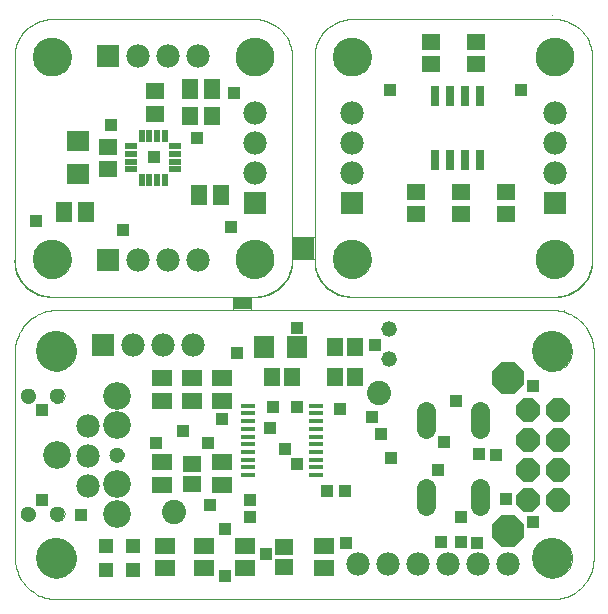
<source format=gts>
G75*
G70*
%OFA0B0*%
%FSLAX24Y24*%
%IPPOS*%
%LPD*%
%AMOC8*
5,1,8,0,0,1.08239X$1,22.5*
%
%ADD10C,0.0000*%
%ADD11R,0.0750X0.0750*%
%ADD12R,0.0591X0.0443*%
%ADD13C,0.0000*%
%ADD14C,0.0926*%
%ADD15C,0.0512*%
%ADD16OC8,0.0780*%
%ADD17R,0.0512X0.0512*%
%ADD18R,0.0670X0.0552*%
%ADD19R,0.0552X0.0631*%
%ADD20R,0.0670X0.0749*%
%ADD21C,0.0808*%
%ADD22R,0.0512X0.0158*%
%ADD23C,0.0520*%
%ADD24R,0.0780X0.0780*%
%ADD25C,0.0780*%
%ADD26R,0.0631X0.0552*%
%ADD27C,0.0631*%
%ADD28C,0.1340*%
%ADD29OC8,0.1040*%
%ADD30R,0.0396X0.0396*%
%ADD31C,0.0000*%
%ADD32C,0.1290*%
%ADD33R,0.0197X0.0434*%
%ADD34R,0.0434X0.0197*%
%ADD35R,0.0631X0.0552*%
%ADD36R,0.0749X0.0670*%
%ADD37R,0.0552X0.0631*%
%ADD38R,0.0552X0.0670*%
%ADD39R,0.0780X0.0780*%
%ADD40C,0.0780*%
%ADD41R,0.0396X0.0396*%
%ADD42C,0.0000*%
%ADD43C,0.1290*%
%ADD44R,0.0780X0.0780*%
%ADD45C,0.0780*%
%ADD46R,0.0276X0.0650*%
%ADD47R,0.0631X0.0552*%
%ADD48R,0.0396X0.0396*%
D10*
X001489Y001583D02*
X001492Y001583D01*
X018027Y001583D01*
X018030Y001583D01*
X018027Y001583D02*
X018099Y001585D01*
X018171Y001591D01*
X018243Y001600D01*
X018314Y001613D01*
X018384Y001630D01*
X018453Y001650D01*
X018521Y001675D01*
X018587Y001702D01*
X018653Y001733D01*
X018716Y001768D01*
X018778Y001805D01*
X018837Y001846D01*
X018894Y001890D01*
X018949Y001937D01*
X019001Y001987D01*
X019051Y002039D01*
X019098Y002094D01*
X019142Y002151D01*
X019183Y002210D01*
X019220Y002272D01*
X019255Y002335D01*
X019286Y002401D01*
X019313Y002467D01*
X019338Y002535D01*
X019358Y002604D01*
X019375Y002674D01*
X019388Y002745D01*
X019397Y002817D01*
X019403Y002889D01*
X019405Y002961D01*
X019405Y009851D01*
X019403Y009923D01*
X019397Y009995D01*
X019388Y010067D01*
X019375Y010138D01*
X019358Y010208D01*
X019338Y010277D01*
X019313Y010345D01*
X019286Y010411D01*
X019255Y010477D01*
X019220Y010540D01*
X019183Y010602D01*
X019142Y010661D01*
X019098Y010718D01*
X019051Y010773D01*
X019001Y010825D01*
X018949Y010875D01*
X018894Y010922D01*
X018837Y010966D01*
X018778Y011007D01*
X018716Y011044D01*
X018653Y011079D01*
X018587Y011110D01*
X018521Y011137D01*
X018453Y011162D01*
X018384Y011182D01*
X018314Y011199D01*
X018243Y011212D01*
X018171Y011221D01*
X018099Y011227D01*
X018027Y011229D01*
X007988Y011229D01*
X007988Y011672D01*
X008100Y011672D01*
X007397Y011672D02*
X007397Y011229D01*
X001492Y011229D01*
X001489Y011229D01*
X001350Y011672D02*
X007397Y011672D01*
X008100Y011672D02*
X008166Y011670D01*
X008232Y011672D01*
X008298Y011678D01*
X008364Y011687D01*
X008429Y011700D01*
X008494Y011717D01*
X008557Y011737D01*
X008619Y011761D01*
X008679Y011788D01*
X008738Y011819D01*
X008796Y011853D01*
X008851Y011890D01*
X008904Y011930D01*
X008954Y011973D01*
X009003Y012018D01*
X009048Y012067D01*
X009091Y012117D01*
X009131Y012170D01*
X009168Y012225D01*
X009202Y012283D01*
X009233Y012342D01*
X009260Y012402D01*
X009284Y012464D01*
X009304Y012527D01*
X009321Y012592D01*
X009334Y012657D01*
X009343Y012723D01*
X009349Y012789D01*
X009351Y012855D01*
X009349Y012921D01*
X009350Y012922D02*
X010100Y012922D01*
X010100Y013672D02*
X010100Y019672D01*
X009350Y019672D02*
X009350Y013672D01*
X010100Y013672D01*
X010100Y012922D02*
X010102Y012854D01*
X010107Y012787D01*
X010116Y012720D01*
X010129Y012653D01*
X010146Y012588D01*
X010165Y012523D01*
X010189Y012459D01*
X010216Y012397D01*
X010246Y012336D01*
X010279Y012278D01*
X010315Y012221D01*
X010355Y012166D01*
X010397Y012113D01*
X010443Y012062D01*
X010490Y012015D01*
X010541Y011969D01*
X010594Y011927D01*
X010649Y011887D01*
X010706Y011851D01*
X010764Y011818D01*
X010825Y011788D01*
X010887Y011761D01*
X010951Y011737D01*
X011016Y011718D01*
X011081Y011701D01*
X011148Y011688D01*
X011215Y011679D01*
X011282Y011674D01*
X011350Y011672D01*
X018100Y011672D01*
X018421Y011229D02*
X018424Y011229D01*
X018100Y011672D02*
X018166Y011670D01*
X018232Y011672D01*
X018298Y011678D01*
X018364Y011687D01*
X018429Y011700D01*
X018494Y011717D01*
X018557Y011737D01*
X018619Y011761D01*
X018679Y011788D01*
X018738Y011819D01*
X018796Y011853D01*
X018851Y011890D01*
X018904Y011930D01*
X018954Y011973D01*
X019003Y012018D01*
X019048Y012067D01*
X019091Y012117D01*
X019131Y012170D01*
X019168Y012225D01*
X019202Y012283D01*
X019233Y012342D01*
X019260Y012402D01*
X019284Y012464D01*
X019304Y012527D01*
X019321Y012592D01*
X019334Y012657D01*
X019343Y012723D01*
X019349Y012789D01*
X019351Y012855D01*
X019349Y012921D01*
X019350Y012922D02*
X019350Y019672D01*
X019348Y019740D01*
X019343Y019807D01*
X019334Y019874D01*
X019321Y019941D01*
X019304Y020006D01*
X019285Y020071D01*
X019261Y020135D01*
X019234Y020197D01*
X019204Y020258D01*
X019171Y020316D01*
X019135Y020373D01*
X019095Y020428D01*
X019053Y020481D01*
X019007Y020532D01*
X018960Y020579D01*
X018909Y020625D01*
X018856Y020667D01*
X018801Y020707D01*
X018744Y020743D01*
X018686Y020776D01*
X018625Y020806D01*
X018563Y020833D01*
X018499Y020857D01*
X018434Y020876D01*
X018369Y020893D01*
X018302Y020906D01*
X018235Y020915D01*
X018168Y020920D01*
X018100Y020922D01*
X018137Y020922D02*
X011350Y020922D01*
X011282Y020920D01*
X011215Y020915D01*
X011148Y020906D01*
X011081Y020893D01*
X011016Y020876D01*
X010951Y020857D01*
X010887Y020833D01*
X010825Y020806D01*
X010764Y020776D01*
X010706Y020743D01*
X010649Y020707D01*
X010594Y020667D01*
X010541Y020625D01*
X010490Y020579D01*
X010443Y020532D01*
X010397Y020481D01*
X010355Y020428D01*
X010315Y020373D01*
X010279Y020316D01*
X010246Y020258D01*
X010216Y020197D01*
X010189Y020135D01*
X010165Y020071D01*
X010146Y020006D01*
X010129Y019941D01*
X010116Y019874D01*
X010107Y019807D01*
X010102Y019740D01*
X010100Y019672D01*
X009350Y019672D02*
X009348Y019740D01*
X009343Y019807D01*
X009334Y019874D01*
X009321Y019941D01*
X009304Y020006D01*
X009285Y020071D01*
X009261Y020135D01*
X009234Y020197D01*
X009204Y020258D01*
X009171Y020316D01*
X009135Y020373D01*
X009095Y020428D01*
X009053Y020481D01*
X009007Y020532D01*
X008960Y020579D01*
X008909Y020625D01*
X008856Y020667D01*
X008801Y020707D01*
X008744Y020743D01*
X008686Y020776D01*
X008625Y020806D01*
X008563Y020833D01*
X008499Y020857D01*
X008434Y020876D01*
X008369Y020893D01*
X008302Y020906D01*
X008235Y020915D01*
X008168Y020920D01*
X008100Y020922D01*
X001350Y020922D01*
X001282Y020920D01*
X001215Y020915D01*
X001148Y020906D01*
X001081Y020893D01*
X001016Y020876D01*
X000951Y020857D01*
X000887Y020833D01*
X000825Y020806D01*
X000764Y020776D01*
X000706Y020743D01*
X000649Y020707D01*
X000594Y020667D01*
X000541Y020625D01*
X000490Y020579D01*
X000443Y020532D01*
X000397Y020481D01*
X000355Y020428D01*
X000315Y020373D01*
X000279Y020316D01*
X000246Y020258D01*
X000216Y020197D01*
X000189Y020135D01*
X000165Y020071D01*
X000146Y020006D01*
X000129Y019941D01*
X000116Y019874D01*
X000107Y019807D01*
X000102Y019740D01*
X000100Y019672D01*
X000100Y012922D01*
X000102Y012854D01*
X000107Y012787D01*
X000116Y012720D01*
X000129Y012653D01*
X000146Y012588D01*
X000165Y012523D01*
X000189Y012459D01*
X000216Y012397D01*
X000246Y012336D01*
X000279Y012278D01*
X000315Y012221D01*
X000355Y012166D01*
X000397Y012113D01*
X000443Y012062D01*
X000490Y012015D01*
X000541Y011969D01*
X000594Y011927D01*
X000649Y011887D01*
X000706Y011851D01*
X000764Y011818D01*
X000825Y011788D01*
X000887Y011761D01*
X000951Y011737D01*
X001016Y011718D01*
X001081Y011701D01*
X001148Y011688D01*
X001215Y011679D01*
X001282Y011674D01*
X001350Y011672D01*
X001492Y011229D02*
X001420Y011227D01*
X001348Y011221D01*
X001276Y011212D01*
X001205Y011199D01*
X001135Y011182D01*
X001066Y011162D01*
X000998Y011137D01*
X000932Y011110D01*
X000866Y011079D01*
X000803Y011044D01*
X000741Y011007D01*
X000682Y010966D01*
X000625Y010922D01*
X000570Y010875D01*
X000518Y010825D01*
X000468Y010773D01*
X000421Y010718D01*
X000377Y010661D01*
X000336Y010602D01*
X000299Y010540D01*
X000264Y010477D01*
X000233Y010411D01*
X000206Y010345D01*
X000181Y010277D01*
X000161Y010208D01*
X000144Y010138D01*
X000131Y010067D01*
X000122Y009995D01*
X000116Y009923D01*
X000114Y009851D01*
X000114Y009854D01*
X000114Y009851D02*
X000114Y003001D01*
X000114Y002958D01*
X000113Y003001D02*
X000114Y002928D01*
X000119Y002854D01*
X000127Y002782D01*
X000140Y002710D01*
X000156Y002638D01*
X000175Y002568D01*
X000199Y002498D01*
X000226Y002430D01*
X000257Y002364D01*
X000291Y002299D01*
X000328Y002236D01*
X000369Y002175D01*
X000412Y002117D01*
X000459Y002060D01*
X000509Y002006D01*
X000561Y001955D01*
X000616Y001907D01*
X000673Y001862D01*
X000733Y001819D01*
X000795Y001780D01*
X000859Y001744D01*
X000924Y001712D01*
X000992Y001683D01*
X001060Y001658D01*
X001130Y001636D01*
X001201Y001618D01*
X001273Y001603D01*
X001345Y001593D01*
X001418Y001586D01*
X001491Y001583D01*
X018027Y021072D02*
X018030Y021072D01*
D11*
X009725Y013297D03*
D12*
X007693Y011450D03*
D13*
X1489Y1583D02*
X1492Y1583D01*
X18027Y1583D01*
X18030Y1583D01*
X17380Y2958D02*
X17382Y3008D01*
X17388Y3058D01*
X17398Y3108D01*
X17411Y3156D01*
X17428Y3204D01*
X17449Y3250D01*
X17473Y3294D01*
X17501Y3336D01*
X17532Y3376D01*
X17566Y3413D01*
X17603Y3448D01*
X17642Y3479D01*
X17683Y3508D01*
X17727Y3533D01*
X17773Y3555D01*
X17820Y3573D01*
X17868Y3587D01*
X17917Y3598D01*
X17967Y3605D01*
X18017Y3608D01*
X18068Y3607D01*
X18118Y3602D01*
X18168Y3593D01*
X18216Y3581D01*
X18264Y3564D01*
X18310Y3544D01*
X18355Y3521D01*
X18398Y3494D01*
X18438Y3464D01*
X18476Y3431D01*
X18511Y3395D01*
X18544Y3356D01*
X18573Y3315D01*
X18599Y3272D01*
X18622Y3227D01*
X18641Y3180D01*
X18656Y3132D01*
X18668Y3083D01*
X18676Y3033D01*
X18680Y2983D01*
X18680Y2933D01*
X18676Y2883D01*
X18668Y2833D01*
X18656Y2784D01*
X18641Y2736D01*
X18622Y2689D01*
X18599Y2644D01*
X18573Y2601D01*
X18544Y2560D01*
X18511Y2521D01*
X18476Y2485D01*
X18438Y2452D01*
X18398Y2422D01*
X18355Y2395D01*
X18310Y2372D01*
X18264Y2352D01*
X18216Y2335D01*
X18168Y2323D01*
X18118Y2314D01*
X18068Y2309D01*
X18017Y2308D01*
X17967Y2311D01*
X17917Y2318D01*
X17868Y2329D01*
X17820Y2343D01*
X17773Y2361D01*
X17727Y2383D01*
X17683Y2408D01*
X17642Y2437D01*
X17603Y2468D01*
X17566Y2503D01*
X17532Y2540D01*
X17501Y2580D01*
X17473Y2622D01*
X17449Y2666D01*
X17428Y2712D01*
X17411Y2760D01*
X17398Y2808D01*
X17388Y2858D01*
X17382Y2908D01*
X17380Y2958D01*
X18027Y1583D02*
X18099Y1585D01*
X18171Y1591D01*
X18243Y1600D01*
X18314Y1613D01*
X18384Y1630D01*
X18453Y1650D01*
X18521Y1675D01*
X18587Y1702D01*
X18653Y1733D01*
X18716Y1768D01*
X18778Y1805D01*
X18837Y1846D01*
X18894Y1890D01*
X18949Y1937D01*
X19001Y1987D01*
X19051Y2039D01*
X19098Y2094D01*
X19142Y2151D01*
X19183Y2210D01*
X19220Y2272D01*
X19255Y2335D01*
X19286Y2401D01*
X19313Y2467D01*
X19338Y2535D01*
X19358Y2604D01*
X19375Y2674D01*
X19388Y2745D01*
X19397Y2817D01*
X19403Y2889D01*
X19405Y2961D01*
X19405Y9851D01*
X17377Y9851D02*
X17379Y9901D01*
X17385Y9951D01*
X17395Y10001D01*
X17408Y10049D01*
X17425Y10097D01*
X17446Y10143D01*
X17470Y10187D01*
X17498Y10229D01*
X17529Y10269D01*
X17563Y10306D01*
X17600Y10341D01*
X17639Y10372D01*
X17680Y10401D01*
X17724Y10426D01*
X17770Y10448D01*
X17817Y10466D01*
X17865Y10480D01*
X17914Y10491D01*
X17964Y10498D01*
X18014Y10501D01*
X18065Y10500D01*
X18115Y10495D01*
X18165Y10486D01*
X18213Y10474D01*
X18261Y10457D01*
X18307Y10437D01*
X18352Y10414D01*
X18395Y10387D01*
X18435Y10357D01*
X18473Y10324D01*
X18508Y10288D01*
X18541Y10249D01*
X18570Y10208D01*
X18596Y10165D01*
X18619Y10120D01*
X18638Y10073D01*
X18653Y10025D01*
X18665Y9976D01*
X18673Y9926D01*
X18677Y9876D01*
X18677Y9826D01*
X18673Y9776D01*
X18665Y9726D01*
X18653Y9677D01*
X18638Y9629D01*
X18619Y9582D01*
X18596Y9537D01*
X18570Y9494D01*
X18541Y9453D01*
X18508Y9414D01*
X18473Y9378D01*
X18435Y9345D01*
X18395Y9315D01*
X18352Y9288D01*
X18307Y9265D01*
X18261Y9245D01*
X18213Y9228D01*
X18165Y9216D01*
X18115Y9207D01*
X18065Y9202D01*
X18014Y9201D01*
X17964Y9204D01*
X17914Y9211D01*
X17865Y9222D01*
X17817Y9236D01*
X17770Y9254D01*
X17724Y9276D01*
X17680Y9301D01*
X17639Y9330D01*
X17600Y9361D01*
X17563Y9396D01*
X17529Y9433D01*
X17498Y9473D01*
X17470Y9515D01*
X17446Y9559D01*
X17425Y9605D01*
X17408Y9653D01*
X17395Y9701D01*
X17385Y9751D01*
X17379Y9801D01*
X17377Y9851D01*
X18027Y11229D02*
X18099Y11227D01*
X18171Y11221D01*
X18243Y11212D01*
X18314Y11199D01*
X18384Y11182D01*
X18453Y11162D01*
X18521Y11137D01*
X18587Y11110D01*
X18653Y11079D01*
X18716Y11044D01*
X18778Y11007D01*
X18837Y10966D01*
X18894Y10922D01*
X18949Y10875D01*
X19001Y10825D01*
X19051Y10773D01*
X19098Y10718D01*
X19142Y10661D01*
X19183Y10602D01*
X19220Y10540D01*
X19255Y10477D01*
X19286Y10411D01*
X19313Y10345D01*
X19338Y10277D01*
X19358Y10208D01*
X19375Y10138D01*
X19388Y10067D01*
X19397Y9995D01*
X19403Y9923D01*
X19405Y9851D01*
X18027Y11229D02*
X1492Y11229D01*
X839Y9854D02*
X841Y9904D01*
X847Y9954D01*
X857Y10004D01*
X870Y10052D01*
X887Y10100D01*
X908Y10146D01*
X932Y10190D01*
X960Y10232D01*
X991Y10272D01*
X1025Y10309D01*
X1062Y10344D01*
X1101Y10375D01*
X1142Y10404D01*
X1186Y10429D01*
X1232Y10451D01*
X1279Y10469D01*
X1327Y10483D01*
X1376Y10494D01*
X1426Y10501D01*
X1476Y10504D01*
X1527Y10503D01*
X1577Y10498D01*
X1627Y10489D01*
X1675Y10477D01*
X1723Y10460D01*
X1769Y10440D01*
X1814Y10417D01*
X1857Y10390D01*
X1897Y10360D01*
X1935Y10327D01*
X1970Y10291D01*
X2003Y10252D01*
X2032Y10211D01*
X2058Y10168D01*
X2081Y10123D01*
X2100Y10076D01*
X2115Y10028D01*
X2127Y9979D01*
X2135Y9929D01*
X2139Y9879D01*
X2139Y9829D01*
X2135Y9779D01*
X2127Y9729D01*
X2115Y9680D01*
X2100Y9632D01*
X2081Y9585D01*
X2058Y9540D01*
X2032Y9497D01*
X2003Y9456D01*
X1970Y9417D01*
X1935Y9381D01*
X1897Y9348D01*
X1857Y9318D01*
X1814Y9291D01*
X1769Y9268D01*
X1723Y9248D01*
X1675Y9231D01*
X1627Y9219D01*
X1577Y9210D01*
X1527Y9205D01*
X1476Y9204D01*
X1426Y9207D01*
X1376Y9214D01*
X1327Y9225D01*
X1279Y9239D01*
X1232Y9257D01*
X1186Y9279D01*
X1142Y9304D01*
X1101Y9333D01*
X1062Y9364D01*
X1025Y9399D01*
X991Y9436D01*
X960Y9476D01*
X932Y9518D01*
X908Y9562D01*
X887Y9608D01*
X870Y9656D01*
X857Y9704D01*
X847Y9754D01*
X841Y9804D01*
X839Y9854D01*
X114Y9851D02*
X116Y9923D01*
X122Y9995D01*
X131Y10067D01*
X144Y10138D01*
X161Y10208D01*
X181Y10277D01*
X206Y10345D01*
X233Y10411D01*
X264Y10477D01*
X299Y10540D01*
X336Y10602D01*
X377Y10661D01*
X421Y10718D01*
X468Y10773D01*
X518Y10825D01*
X570Y10875D01*
X625Y10922D01*
X682Y10966D01*
X741Y11007D01*
X803Y11044D01*
X866Y11079D01*
X932Y11110D01*
X998Y11137D01*
X1066Y11162D01*
X1135Y11182D01*
X1205Y11199D01*
X1276Y11212D01*
X1348Y11221D01*
X1420Y11227D01*
X1492Y11229D01*
X114Y9854D02*
X114Y9851D01*
X114Y3001D01*
X114Y2958D01*
X839Y2958D02*
X841Y3008D01*
X847Y3058D01*
X857Y3108D01*
X870Y3156D01*
X887Y3204D01*
X908Y3250D01*
X932Y3294D01*
X960Y3336D01*
X991Y3376D01*
X1025Y3413D01*
X1062Y3448D01*
X1101Y3479D01*
X1142Y3508D01*
X1186Y3533D01*
X1232Y3555D01*
X1279Y3573D01*
X1327Y3587D01*
X1376Y3598D01*
X1426Y3605D01*
X1476Y3608D01*
X1527Y3607D01*
X1577Y3602D01*
X1627Y3593D01*
X1675Y3581D01*
X1723Y3564D01*
X1769Y3544D01*
X1814Y3521D01*
X1857Y3494D01*
X1897Y3464D01*
X1935Y3431D01*
X1970Y3395D01*
X2003Y3356D01*
X2032Y3315D01*
X2058Y3272D01*
X2081Y3227D01*
X2100Y3180D01*
X2115Y3132D01*
X2127Y3083D01*
X2135Y3033D01*
X2139Y2983D01*
X2139Y2933D01*
X2135Y2883D01*
X2127Y2833D01*
X2115Y2784D01*
X2100Y2736D01*
X2081Y2689D01*
X2058Y2644D01*
X2032Y2601D01*
X2003Y2560D01*
X1970Y2521D01*
X1935Y2485D01*
X1897Y2452D01*
X1857Y2422D01*
X1814Y2395D01*
X1769Y2372D01*
X1723Y2352D01*
X1675Y2335D01*
X1627Y2323D01*
X1577Y2314D01*
X1527Y2309D01*
X1476Y2308D01*
X1426Y2311D01*
X1376Y2318D01*
X1327Y2329D01*
X1279Y2343D01*
X1232Y2361D01*
X1186Y2383D01*
X1142Y2408D01*
X1101Y2437D01*
X1062Y2468D01*
X1025Y2503D01*
X991Y2540D01*
X960Y2580D01*
X932Y2622D01*
X908Y2666D01*
X887Y2712D01*
X870Y2760D01*
X857Y2808D01*
X847Y2858D01*
X841Y2908D01*
X839Y2958D01*
X113Y3001D02*
X114Y2928D01*
X119Y2854D01*
X127Y2782D01*
X140Y2710D01*
X156Y2638D01*
X175Y2568D01*
X199Y2498D01*
X226Y2430D01*
X257Y2364D01*
X291Y2299D01*
X328Y2236D01*
X369Y2175D01*
X412Y2117D01*
X459Y2060D01*
X509Y2006D01*
X561Y1955D01*
X616Y1907D01*
X673Y1862D01*
X733Y1819D01*
X795Y1780D01*
X859Y1744D01*
X924Y1712D01*
X992Y1683D01*
X1060Y1658D01*
X1130Y1636D01*
X1201Y1618D01*
X1273Y1603D01*
X1345Y1593D01*
X1418Y1586D01*
X1491Y1583D01*
X1295Y4434D02*
X1297Y4464D01*
X1303Y4494D01*
X1312Y4523D01*
X1325Y4550D01*
X1342Y4575D01*
X1361Y4598D01*
X1384Y4619D01*
X1409Y4636D01*
X1435Y4650D01*
X1464Y4660D01*
X1493Y4667D01*
X1523Y4670D01*
X1554Y4669D01*
X1584Y4664D01*
X1613Y4655D01*
X1640Y4643D01*
X1666Y4628D01*
X1690Y4609D01*
X1711Y4587D01*
X1729Y4563D01*
X1744Y4536D01*
X1755Y4508D01*
X1763Y4479D01*
X1767Y4449D01*
X1767Y4419D01*
X1763Y4389D01*
X1755Y4360D01*
X1744Y4332D01*
X1729Y4305D01*
X1711Y4281D01*
X1690Y4259D01*
X1666Y4240D01*
X1640Y4225D01*
X1613Y4213D01*
X1584Y4204D01*
X1554Y4199D01*
X1523Y4198D01*
X1493Y4201D01*
X1464Y4208D01*
X1435Y4218D01*
X1409Y4232D01*
X1384Y4249D01*
X1361Y4270D01*
X1342Y4293D01*
X1325Y4318D01*
X1312Y4345D01*
X1303Y4374D01*
X1297Y4404D01*
X1295Y4434D01*
X311Y4434D02*
X313Y4464D01*
X319Y4494D01*
X328Y4523D01*
X341Y4550D01*
X358Y4575D01*
X377Y4598D01*
X400Y4619D01*
X425Y4636D01*
X451Y4650D01*
X480Y4660D01*
X509Y4667D01*
X539Y4670D01*
X570Y4669D01*
X600Y4664D01*
X629Y4655D01*
X656Y4643D01*
X682Y4628D01*
X706Y4609D01*
X727Y4587D01*
X745Y4563D01*
X760Y4536D01*
X771Y4508D01*
X779Y4479D01*
X783Y4449D01*
X783Y4419D01*
X779Y4389D01*
X771Y4360D01*
X760Y4332D01*
X745Y4305D01*
X727Y4281D01*
X706Y4259D01*
X682Y4240D01*
X656Y4225D01*
X629Y4213D01*
X600Y4204D01*
X570Y4199D01*
X539Y4198D01*
X509Y4201D01*
X480Y4208D01*
X451Y4218D01*
X425Y4232D01*
X400Y4249D01*
X377Y4270D01*
X358Y4293D01*
X341Y4318D01*
X328Y4345D01*
X319Y4374D01*
X313Y4404D01*
X311Y4434D01*
X3264Y6402D02*
X3266Y6432D01*
X3272Y6462D01*
X3281Y6491D01*
X3294Y6518D01*
X3311Y6543D01*
X3330Y6566D01*
X3353Y6587D01*
X3378Y6604D01*
X3404Y6618D01*
X3433Y6628D01*
X3462Y6635D01*
X3492Y6638D01*
X3523Y6637D01*
X3553Y6632D01*
X3582Y6623D01*
X3609Y6611D01*
X3635Y6596D01*
X3659Y6577D01*
X3680Y6555D01*
X3698Y6531D01*
X3713Y6504D01*
X3724Y6476D01*
X3732Y6447D01*
X3736Y6417D01*
X3736Y6387D01*
X3732Y6357D01*
X3724Y6328D01*
X3713Y6300D01*
X3698Y6273D01*
X3680Y6249D01*
X3659Y6227D01*
X3635Y6208D01*
X3609Y6193D01*
X3582Y6181D01*
X3553Y6172D01*
X3523Y6167D01*
X3492Y6166D01*
X3462Y6169D01*
X3433Y6176D01*
X3404Y6186D01*
X3378Y6200D01*
X3353Y6217D01*
X3330Y6238D01*
X3311Y6261D01*
X3294Y6286D01*
X3281Y6313D01*
X3272Y6342D01*
X3266Y6372D01*
X3264Y6402D01*
X1295Y8371D02*
X1297Y8401D01*
X1303Y8431D01*
X1312Y8460D01*
X1325Y8487D01*
X1342Y8512D01*
X1361Y8535D01*
X1384Y8556D01*
X1409Y8573D01*
X1435Y8587D01*
X1464Y8597D01*
X1493Y8604D01*
X1523Y8607D01*
X1554Y8606D01*
X1584Y8601D01*
X1613Y8592D01*
X1640Y8580D01*
X1666Y8565D01*
X1690Y8546D01*
X1711Y8524D01*
X1729Y8500D01*
X1744Y8473D01*
X1755Y8445D01*
X1763Y8416D01*
X1767Y8386D01*
X1767Y8356D01*
X1763Y8326D01*
X1755Y8297D01*
X1744Y8269D01*
X1729Y8242D01*
X1711Y8218D01*
X1690Y8196D01*
X1666Y8177D01*
X1640Y8162D01*
X1613Y8150D01*
X1584Y8141D01*
X1554Y8136D01*
X1523Y8135D01*
X1493Y8138D01*
X1464Y8145D01*
X1435Y8155D01*
X1409Y8169D01*
X1384Y8186D01*
X1361Y8207D01*
X1342Y8230D01*
X1325Y8255D01*
X1312Y8282D01*
X1303Y8311D01*
X1297Y8341D01*
X1295Y8371D01*
X311Y8371D02*
X313Y8401D01*
X319Y8431D01*
X328Y8460D01*
X341Y8487D01*
X358Y8512D01*
X377Y8535D01*
X400Y8556D01*
X425Y8573D01*
X451Y8587D01*
X480Y8597D01*
X509Y8604D01*
X539Y8607D01*
X570Y8606D01*
X600Y8601D01*
X629Y8592D01*
X656Y8580D01*
X682Y8565D01*
X706Y8546D01*
X727Y8524D01*
X745Y8500D01*
X760Y8473D01*
X771Y8445D01*
X779Y8416D01*
X783Y8386D01*
X783Y8356D01*
X779Y8326D01*
X771Y8297D01*
X760Y8269D01*
X745Y8242D01*
X727Y8218D01*
X706Y8196D01*
X682Y8177D01*
X656Y8162D01*
X629Y8150D01*
X600Y8141D01*
X570Y8136D01*
X539Y8135D01*
X509Y8138D01*
X480Y8145D01*
X451Y8155D01*
X425Y8169D01*
X400Y8186D01*
X377Y8207D01*
X358Y8230D01*
X341Y8255D01*
X328Y8282D01*
X319Y8311D01*
X313Y8341D01*
X311Y8371D01*
D14*
X3500Y8371D03*
X3500Y7386D03*
X1531Y6402D03*
X3500Y5418D03*
X3500Y4434D03*
D15*
X1531Y4434D03*
X547Y4434D03*
X3500Y6402D03*
X1531Y8371D03*
X547Y8371D03*
D16*
X17228Y7899D03*
X18228Y7899D03*
X18228Y6899D03*
X17228Y6899D03*
X17228Y5899D03*
X18228Y5899D03*
X18228Y4899D03*
X17228Y4899D03*
D17*
X4051Y3375D03*
X3165Y3375D03*
X3165Y2548D03*
X4051Y2548D03*
D18*
X5116Y2616D03*
X5116Y3364D03*
X6403Y3370D03*
X6403Y2622D03*
X7791Y2617D03*
X7791Y3365D03*
X10412Y3364D03*
X10412Y2616D03*
X7014Y5400D03*
X7014Y6148D03*
X5014Y6157D03*
X5014Y5409D03*
X5014Y8209D03*
X6014Y8209D03*
X7014Y8209D03*
X7014Y8957D03*
X6014Y8957D03*
X5014Y8957D03*
D19*
X8679Y8983D03*
X9348Y8983D03*
X10779Y8983D03*
X11448Y8983D03*
X11448Y9983D03*
X10779Y9983D03*
D20*
X9515Y9991D03*
X8413Y9991D03*
D21*
X12233Y8449D03*
X5414Y4512D03*
D22*
X7872Y5732D03*
X7872Y5988D03*
X7872Y6243D03*
X7872Y6499D03*
X7872Y6755D03*
X7872Y7011D03*
X7872Y7267D03*
X7872Y7523D03*
X7872Y7779D03*
X7872Y8035D03*
X10155Y8035D03*
X10155Y7779D03*
X10155Y7523D03*
X10155Y7267D03*
X10155Y7011D03*
X10155Y6755D03*
X10155Y6499D03*
X10155Y6243D03*
X10155Y5988D03*
X10155Y5732D03*
D23*
X12592Y9612D03*
X12592Y10612D03*
D24*
X3058Y10062D03*
D25*
X4058Y10062D03*
X5058Y10062D03*
X6058Y10062D03*
X2534Y7373D03*
X2534Y6373D03*
X2534Y5373D03*
X11545Y2759D03*
X12545Y2759D03*
X13545Y2759D03*
X14545Y2759D03*
X15545Y2759D03*
X16545Y2759D03*
D26*
X9096Y2665D03*
X9096Y3335D03*
X6020Y5439D03*
X6020Y6108D03*
D27*
X13828Y5299D02*
X13828Y4708D01*
X15600Y4708D02*
X15600Y5299D01*
X15600Y7267D02*
X15600Y7858D01*
X13828Y7858D02*
X13828Y7267D01*
D28*
X18027Y9851D03*
X18030Y2958D03*
X1489Y2958D03*
X1489Y9854D03*
D29*
X16551Y8965D03*
X16551Y3847D03*
D30*
X17370Y4154D03*
X16484Y4941D03*
X14976Y4339D03*
X14968Y3485D03*
X15500Y3465D03*
X14320Y3483D03*
X11137Y3453D03*
X8468Y3112D03*
X7102Y2371D03*
X7102Y3945D03*
X7941Y4339D03*
X7939Y4880D03*
X6614Y4733D03*
X9514Y6083D03*
X9114Y6583D03*
X8614Y7283D03*
X8714Y7983D03*
X9514Y7983D03*
X10964Y7933D03*
X12007Y7677D03*
X12309Y7086D03*
X12651Y6289D03*
X14214Y5883D03*
X15598Y6418D03*
X16136Y6407D03*
X14414Y6833D03*
X14814Y8183D03*
X17370Y8682D03*
X12114Y10078D03*
X9514Y10633D03*
X7517Y9780D03*
X7014Y7583D03*
X5714Y7183D03*
X6564Y6783D03*
X4814Y6783D03*
X1014Y7883D03*
X1014Y4883D03*
X2301Y4396D03*
X10514Y5183D03*
X11114Y5183D03*
D31*
X100Y12922D02*
X98Y12856D01*
X100Y12790D01*
X106Y12724D01*
X115Y12658D01*
X128Y12593D01*
X145Y12528D01*
X165Y12465D01*
X189Y12403D01*
X216Y12343D01*
X247Y12284D01*
X281Y12226D01*
X318Y12171D01*
X358Y12118D01*
X401Y12068D01*
X446Y12019D01*
X495Y11974D01*
X545Y11931D01*
X598Y11891D01*
X653Y11854D01*
X711Y11820D01*
X770Y11789D01*
X830Y11762D01*
X892Y11738D01*
X955Y11718D01*
X1020Y11701D01*
X1085Y11688D01*
X1151Y11679D01*
X1217Y11673D01*
X1283Y11671D01*
X1349Y11673D01*
X1349Y11672D02*
X8099Y11672D01*
X8167Y11674D01*
X8234Y11679D01*
X8301Y11688D01*
X8368Y11701D01*
X8433Y11718D01*
X8498Y11737D01*
X8562Y11761D01*
X8624Y11788D01*
X8685Y11818D01*
X8743Y11851D01*
X8800Y11887D01*
X8855Y11927D01*
X8908Y11969D01*
X8959Y12015D01*
X9006Y12062D01*
X9052Y12113D01*
X9094Y12166D01*
X9134Y12221D01*
X9170Y12278D01*
X9203Y12336D01*
X9233Y12397D01*
X9260Y12459D01*
X9284Y12523D01*
X9303Y12588D01*
X9320Y12653D01*
X9333Y12720D01*
X9342Y12787D01*
X9347Y12854D01*
X9349Y12922D01*
X9349Y19672D01*
X9347Y19740D01*
X9342Y19807D01*
X9333Y19874D01*
X9320Y19941D01*
X9303Y20006D01*
X9284Y20071D01*
X9260Y20135D01*
X9233Y20197D01*
X9203Y20258D01*
X9170Y20316D01*
X9134Y20373D01*
X9094Y20428D01*
X9052Y20481D01*
X9006Y20532D01*
X8959Y20579D01*
X8908Y20625D01*
X8855Y20667D01*
X8800Y20707D01*
X8743Y20743D01*
X8685Y20776D01*
X8624Y20806D01*
X8562Y20833D01*
X8498Y20857D01*
X8433Y20876D01*
X8368Y20893D01*
X8301Y20906D01*
X8234Y20915D01*
X8167Y20920D01*
X8099Y20922D01*
X1349Y20922D01*
X724Y19672D02*
X726Y19722D01*
X732Y19771D01*
X742Y19820D01*
X755Y19867D01*
X773Y19914D01*
X794Y19959D01*
X818Y20002D01*
X846Y20043D01*
X877Y20082D01*
X911Y20118D01*
X948Y20152D01*
X988Y20182D01*
X1029Y20209D01*
X1073Y20233D01*
X1118Y20253D01*
X1165Y20269D01*
X1213Y20282D01*
X1262Y20291D01*
X1312Y20296D01*
X1361Y20297D01*
X1411Y20294D01*
X1460Y20287D01*
X1509Y20276D01*
X1556Y20262D01*
X1602Y20243D01*
X1647Y20221D01*
X1690Y20196D01*
X1730Y20167D01*
X1768Y20135D01*
X1804Y20101D01*
X1837Y20063D01*
X1866Y20023D01*
X1892Y19981D01*
X1915Y19937D01*
X1934Y19891D01*
X1950Y19844D01*
X1962Y19795D01*
X1970Y19746D01*
X1974Y19697D01*
X1974Y19647D01*
X1970Y19598D01*
X1962Y19549D01*
X1950Y19500D01*
X1934Y19453D01*
X1915Y19407D01*
X1892Y19363D01*
X1866Y19321D01*
X1837Y19281D01*
X1804Y19243D01*
X1768Y19209D01*
X1730Y19177D01*
X1690Y19148D01*
X1647Y19123D01*
X1602Y19101D01*
X1556Y19082D01*
X1509Y19068D01*
X1460Y19057D01*
X1411Y19050D01*
X1361Y19047D01*
X1312Y19048D01*
X1262Y19053D01*
X1213Y19062D01*
X1165Y19075D01*
X1118Y19091D01*
X1073Y19111D01*
X1029Y19135D01*
X988Y19162D01*
X948Y19192D01*
X911Y19226D01*
X877Y19262D01*
X846Y19301D01*
X818Y19342D01*
X794Y19385D01*
X773Y19430D01*
X755Y19477D01*
X742Y19524D01*
X732Y19573D01*
X726Y19622D01*
X724Y19672D01*
X99Y19672D02*
X99Y12922D01*
X724Y12922D02*
X726Y12972D01*
X732Y13021D01*
X742Y13070D01*
X755Y13117D01*
X773Y13164D01*
X794Y13209D01*
X818Y13252D01*
X846Y13293D01*
X877Y13332D01*
X911Y13368D01*
X948Y13402D01*
X988Y13432D01*
X1029Y13459D01*
X1073Y13483D01*
X1118Y13503D01*
X1165Y13519D01*
X1213Y13532D01*
X1262Y13541D01*
X1312Y13546D01*
X1361Y13547D01*
X1411Y13544D01*
X1460Y13537D01*
X1509Y13526D01*
X1556Y13512D01*
X1602Y13493D01*
X1647Y13471D01*
X1690Y13446D01*
X1730Y13417D01*
X1768Y13385D01*
X1804Y13351D01*
X1837Y13313D01*
X1866Y13273D01*
X1892Y13231D01*
X1915Y13187D01*
X1934Y13141D01*
X1950Y13094D01*
X1962Y13045D01*
X1970Y12996D01*
X1974Y12947D01*
X1974Y12897D01*
X1970Y12848D01*
X1962Y12799D01*
X1950Y12750D01*
X1934Y12703D01*
X1915Y12657D01*
X1892Y12613D01*
X1866Y12571D01*
X1837Y12531D01*
X1804Y12493D01*
X1768Y12459D01*
X1730Y12427D01*
X1690Y12398D01*
X1647Y12373D01*
X1602Y12351D01*
X1556Y12332D01*
X1509Y12318D01*
X1460Y12307D01*
X1411Y12300D01*
X1361Y12297D01*
X1312Y12298D01*
X1262Y12303D01*
X1213Y12312D01*
X1165Y12325D01*
X1118Y12341D01*
X1073Y12361D01*
X1029Y12385D01*
X988Y12412D01*
X948Y12442D01*
X911Y12476D01*
X877Y12512D01*
X846Y12551D01*
X818Y12592D01*
X794Y12635D01*
X773Y12680D01*
X755Y12727D01*
X742Y12774D01*
X732Y12823D01*
X726Y12872D01*
X724Y12922D01*
X99Y19672D02*
X101Y19740D01*
X106Y19807D01*
X115Y19874D01*
X128Y19941D01*
X145Y20006D01*
X164Y20071D01*
X188Y20135D01*
X215Y20197D01*
X245Y20258D01*
X278Y20316D01*
X314Y20373D01*
X354Y20428D01*
X396Y20481D01*
X442Y20532D01*
X489Y20579D01*
X540Y20625D01*
X593Y20667D01*
X648Y20707D01*
X705Y20743D01*
X763Y20776D01*
X824Y20806D01*
X886Y20833D01*
X950Y20857D01*
X1015Y20876D01*
X1080Y20893D01*
X1147Y20906D01*
X1214Y20915D01*
X1281Y20920D01*
X1349Y20922D01*
X7474Y19672D02*
X7476Y19722D01*
X7482Y19771D01*
X7492Y19820D01*
X7505Y19867D01*
X7523Y19914D01*
X7544Y19959D01*
X7568Y20002D01*
X7596Y20043D01*
X7627Y20082D01*
X7661Y20118D01*
X7698Y20152D01*
X7738Y20182D01*
X7779Y20209D01*
X7823Y20233D01*
X7868Y20253D01*
X7915Y20269D01*
X7963Y20282D01*
X8012Y20291D01*
X8062Y20296D01*
X8111Y20297D01*
X8161Y20294D01*
X8210Y20287D01*
X8259Y20276D01*
X8306Y20262D01*
X8352Y20243D01*
X8397Y20221D01*
X8440Y20196D01*
X8480Y20167D01*
X8518Y20135D01*
X8554Y20101D01*
X8587Y20063D01*
X8616Y20023D01*
X8642Y19981D01*
X8665Y19937D01*
X8684Y19891D01*
X8700Y19844D01*
X8712Y19795D01*
X8720Y19746D01*
X8724Y19697D01*
X8724Y19647D01*
X8720Y19598D01*
X8712Y19549D01*
X8700Y19500D01*
X8684Y19453D01*
X8665Y19407D01*
X8642Y19363D01*
X8616Y19321D01*
X8587Y19281D01*
X8554Y19243D01*
X8518Y19209D01*
X8480Y19177D01*
X8440Y19148D01*
X8397Y19123D01*
X8352Y19101D01*
X8306Y19082D01*
X8259Y19068D01*
X8210Y19057D01*
X8161Y19050D01*
X8111Y19047D01*
X8062Y19048D01*
X8012Y19053D01*
X7963Y19062D01*
X7915Y19075D01*
X7868Y19091D01*
X7823Y19111D01*
X7779Y19135D01*
X7738Y19162D01*
X7698Y19192D01*
X7661Y19226D01*
X7627Y19262D01*
X7596Y19301D01*
X7568Y19342D01*
X7544Y19385D01*
X7523Y19430D01*
X7505Y19477D01*
X7492Y19524D01*
X7482Y19573D01*
X7476Y19622D01*
X7474Y19672D01*
X7474Y12922D02*
X7476Y12972D01*
X7482Y13021D01*
X7492Y13070D01*
X7505Y13117D01*
X7523Y13164D01*
X7544Y13209D01*
X7568Y13252D01*
X7596Y13293D01*
X7627Y13332D01*
X7661Y13368D01*
X7698Y13402D01*
X7738Y13432D01*
X7779Y13459D01*
X7823Y13483D01*
X7868Y13503D01*
X7915Y13519D01*
X7963Y13532D01*
X8012Y13541D01*
X8062Y13546D01*
X8111Y13547D01*
X8161Y13544D01*
X8210Y13537D01*
X8259Y13526D01*
X8306Y13512D01*
X8352Y13493D01*
X8397Y13471D01*
X8440Y13446D01*
X8480Y13417D01*
X8518Y13385D01*
X8554Y13351D01*
X8587Y13313D01*
X8616Y13273D01*
X8642Y13231D01*
X8665Y13187D01*
X8684Y13141D01*
X8700Y13094D01*
X8712Y13045D01*
X8720Y12996D01*
X8724Y12947D01*
X8724Y12897D01*
X8720Y12848D01*
X8712Y12799D01*
X8700Y12750D01*
X8684Y12703D01*
X8665Y12657D01*
X8642Y12613D01*
X8616Y12571D01*
X8587Y12531D01*
X8554Y12493D01*
X8518Y12459D01*
X8480Y12427D01*
X8440Y12398D01*
X8397Y12373D01*
X8352Y12351D01*
X8306Y12332D01*
X8259Y12318D01*
X8210Y12307D01*
X8161Y12300D01*
X8111Y12297D01*
X8062Y12298D01*
X8012Y12303D01*
X7963Y12312D01*
X7915Y12325D01*
X7868Y12341D01*
X7823Y12361D01*
X7779Y12385D01*
X7738Y12412D01*
X7698Y12442D01*
X7661Y12476D01*
X7627Y12512D01*
X7596Y12551D01*
X7568Y12592D01*
X7544Y12635D01*
X7523Y12680D01*
X7505Y12727D01*
X7492Y12774D01*
X7482Y12823D01*
X7476Y12872D01*
X7474Y12922D01*
D32*
X8099Y12922D03*
X8099Y19672D03*
X1349Y19672D03*
X1349Y12922D03*
D33*
X4340Y15569D03*
X4596Y15569D03*
X4852Y15569D03*
X5108Y15569D03*
X5108Y17025D03*
X4852Y17025D03*
X4596Y17025D03*
X4340Y17025D03*
D34*
X3996Y16681D03*
X3996Y16425D03*
X3996Y16169D03*
X3996Y15913D03*
X5452Y15913D03*
X5452Y16169D03*
X5452Y16425D03*
X5452Y16681D03*
D35*
X4774Y17773D03*
X4774Y18521D03*
X3224Y16671D03*
X3224Y15923D03*
D36*
X2224Y15746D03*
X2224Y16848D03*
D37*
X5950Y17697D03*
X6698Y17697D03*
D38*
X6698Y18597D03*
X5950Y18597D03*
X6250Y15047D03*
X6998Y15047D03*
X2498Y14497D03*
X1750Y14497D03*
D39*
X3224Y12897D03*
X8124Y14797D03*
X3224Y19697D03*
D40*
X4224Y19697D03*
X5224Y19697D03*
X6224Y19697D03*
X8124Y17797D03*
X8124Y16797D03*
X8124Y15797D03*
X6224Y12897D03*
X5224Y12897D03*
X4224Y12897D03*
D41*
X3724Y13897D03*
X4752Y16325D03*
X6174Y16947D03*
X7424Y18447D03*
X3324Y17397D03*
X824Y14197D03*
X7324Y13997D03*
D42*
X10101Y12922D02*
X10099Y12856D01*
X10101Y12790D01*
X10107Y12724D01*
X10116Y12658D01*
X10129Y12593D01*
X10146Y12528D01*
X10166Y12465D01*
X10190Y12403D01*
X10217Y12343D01*
X10248Y12284D01*
X10282Y12226D01*
X10319Y12171D01*
X10359Y12118D01*
X10402Y12068D01*
X10447Y12019D01*
X10496Y11974D01*
X10546Y11931D01*
X10599Y11891D01*
X10654Y11854D01*
X10712Y11820D01*
X10771Y11789D01*
X10831Y11762D01*
X10893Y11738D01*
X10956Y11718D01*
X11021Y11701D01*
X11086Y11688D01*
X11152Y11679D01*
X11218Y11673D01*
X11284Y11671D01*
X11350Y11673D01*
X11350Y11672D02*
X18100Y11672D01*
X18168Y11674D01*
X18235Y11679D01*
X18302Y11688D01*
X18369Y11701D01*
X18434Y11718D01*
X18499Y11737D01*
X18563Y11761D01*
X18625Y11788D01*
X18686Y11818D01*
X18744Y11851D01*
X18801Y11887D01*
X18856Y11927D01*
X18909Y11969D01*
X18960Y12015D01*
X19007Y12062D01*
X19053Y12113D01*
X19095Y12166D01*
X19135Y12221D01*
X19171Y12278D01*
X19204Y12336D01*
X19234Y12397D01*
X19261Y12459D01*
X19285Y12523D01*
X19304Y12588D01*
X19321Y12653D01*
X19334Y12720D01*
X19343Y12787D01*
X19348Y12854D01*
X19350Y12922D01*
X19350Y19672D01*
X19348Y19740D01*
X19343Y19807D01*
X19334Y19874D01*
X19321Y19941D01*
X19304Y20006D01*
X19285Y20071D01*
X19261Y20135D01*
X19234Y20197D01*
X19204Y20258D01*
X19171Y20316D01*
X19135Y20373D01*
X19095Y20428D01*
X19053Y20481D01*
X19007Y20532D01*
X18960Y20579D01*
X18909Y20625D01*
X18856Y20667D01*
X18801Y20707D01*
X18744Y20743D01*
X18686Y20776D01*
X18625Y20806D01*
X18563Y20833D01*
X18499Y20857D01*
X18434Y20876D01*
X18369Y20893D01*
X18302Y20906D01*
X18235Y20915D01*
X18168Y20920D01*
X18100Y20922D01*
X11350Y20922D01*
X10725Y19672D02*
X10727Y19722D01*
X10733Y19771D01*
X10743Y19820D01*
X10756Y19867D01*
X10774Y19914D01*
X10795Y19959D01*
X10819Y20002D01*
X10847Y20043D01*
X10878Y20082D01*
X10912Y20118D01*
X10949Y20152D01*
X10989Y20182D01*
X11030Y20209D01*
X11074Y20233D01*
X11119Y20253D01*
X11166Y20269D01*
X11214Y20282D01*
X11263Y20291D01*
X11313Y20296D01*
X11362Y20297D01*
X11412Y20294D01*
X11461Y20287D01*
X11510Y20276D01*
X11557Y20262D01*
X11603Y20243D01*
X11648Y20221D01*
X11691Y20196D01*
X11731Y20167D01*
X11769Y20135D01*
X11805Y20101D01*
X11838Y20063D01*
X11867Y20023D01*
X11893Y19981D01*
X11916Y19937D01*
X11935Y19891D01*
X11951Y19844D01*
X11963Y19795D01*
X11971Y19746D01*
X11975Y19697D01*
X11975Y19647D01*
X11971Y19598D01*
X11963Y19549D01*
X11951Y19500D01*
X11935Y19453D01*
X11916Y19407D01*
X11893Y19363D01*
X11867Y19321D01*
X11838Y19281D01*
X11805Y19243D01*
X11769Y19209D01*
X11731Y19177D01*
X11691Y19148D01*
X11648Y19123D01*
X11603Y19101D01*
X11557Y19082D01*
X11510Y19068D01*
X11461Y19057D01*
X11412Y19050D01*
X11362Y19047D01*
X11313Y19048D01*
X11263Y19053D01*
X11214Y19062D01*
X11166Y19075D01*
X11119Y19091D01*
X11074Y19111D01*
X11030Y19135D01*
X10989Y19162D01*
X10949Y19192D01*
X10912Y19226D01*
X10878Y19262D01*
X10847Y19301D01*
X10819Y19342D01*
X10795Y19385D01*
X10774Y19430D01*
X10756Y19477D01*
X10743Y19524D01*
X10733Y19573D01*
X10727Y19622D01*
X10725Y19672D01*
X10100Y19672D02*
X10100Y12922D01*
X10725Y12922D02*
X10727Y12972D01*
X10733Y13021D01*
X10743Y13070D01*
X10756Y13117D01*
X10774Y13164D01*
X10795Y13209D01*
X10819Y13252D01*
X10847Y13293D01*
X10878Y13332D01*
X10912Y13368D01*
X10949Y13402D01*
X10989Y13432D01*
X11030Y13459D01*
X11074Y13483D01*
X11119Y13503D01*
X11166Y13519D01*
X11214Y13532D01*
X11263Y13541D01*
X11313Y13546D01*
X11362Y13547D01*
X11412Y13544D01*
X11461Y13537D01*
X11510Y13526D01*
X11557Y13512D01*
X11603Y13493D01*
X11648Y13471D01*
X11691Y13446D01*
X11731Y13417D01*
X11769Y13385D01*
X11805Y13351D01*
X11838Y13313D01*
X11867Y13273D01*
X11893Y13231D01*
X11916Y13187D01*
X11935Y13141D01*
X11951Y13094D01*
X11963Y13045D01*
X11971Y12996D01*
X11975Y12947D01*
X11975Y12897D01*
X11971Y12848D01*
X11963Y12799D01*
X11951Y12750D01*
X11935Y12703D01*
X11916Y12657D01*
X11893Y12613D01*
X11867Y12571D01*
X11838Y12531D01*
X11805Y12493D01*
X11769Y12459D01*
X11731Y12427D01*
X11691Y12398D01*
X11648Y12373D01*
X11603Y12351D01*
X11557Y12332D01*
X11510Y12318D01*
X11461Y12307D01*
X11412Y12300D01*
X11362Y12297D01*
X11313Y12298D01*
X11263Y12303D01*
X11214Y12312D01*
X11166Y12325D01*
X11119Y12341D01*
X11074Y12361D01*
X11030Y12385D01*
X10989Y12412D01*
X10949Y12442D01*
X10912Y12476D01*
X10878Y12512D01*
X10847Y12551D01*
X10819Y12592D01*
X10795Y12635D01*
X10774Y12680D01*
X10756Y12727D01*
X10743Y12774D01*
X10733Y12823D01*
X10727Y12872D01*
X10725Y12922D01*
X10100Y19672D02*
X10102Y19740D01*
X10107Y19807D01*
X10116Y19874D01*
X10129Y19941D01*
X10146Y20006D01*
X10165Y20071D01*
X10189Y20135D01*
X10216Y20197D01*
X10246Y20258D01*
X10279Y20316D01*
X10315Y20373D01*
X10355Y20428D01*
X10397Y20481D01*
X10443Y20532D01*
X10490Y20579D01*
X10541Y20625D01*
X10594Y20667D01*
X10649Y20707D01*
X10706Y20743D01*
X10764Y20776D01*
X10825Y20806D01*
X10887Y20833D01*
X10951Y20857D01*
X11016Y20876D01*
X11081Y20893D01*
X11148Y20906D01*
X11215Y20915D01*
X11282Y20920D01*
X11350Y20922D01*
X17475Y19672D02*
X17477Y19722D01*
X17483Y19771D01*
X17493Y19820D01*
X17506Y19867D01*
X17524Y19914D01*
X17545Y19959D01*
X17569Y20002D01*
X17597Y20043D01*
X17628Y20082D01*
X17662Y20118D01*
X17699Y20152D01*
X17739Y20182D01*
X17780Y20209D01*
X17824Y20233D01*
X17869Y20253D01*
X17916Y20269D01*
X17964Y20282D01*
X18013Y20291D01*
X18063Y20296D01*
X18112Y20297D01*
X18162Y20294D01*
X18211Y20287D01*
X18260Y20276D01*
X18307Y20262D01*
X18353Y20243D01*
X18398Y20221D01*
X18441Y20196D01*
X18481Y20167D01*
X18519Y20135D01*
X18555Y20101D01*
X18588Y20063D01*
X18617Y20023D01*
X18643Y19981D01*
X18666Y19937D01*
X18685Y19891D01*
X18701Y19844D01*
X18713Y19795D01*
X18721Y19746D01*
X18725Y19697D01*
X18725Y19647D01*
X18721Y19598D01*
X18713Y19549D01*
X18701Y19500D01*
X18685Y19453D01*
X18666Y19407D01*
X18643Y19363D01*
X18617Y19321D01*
X18588Y19281D01*
X18555Y19243D01*
X18519Y19209D01*
X18481Y19177D01*
X18441Y19148D01*
X18398Y19123D01*
X18353Y19101D01*
X18307Y19082D01*
X18260Y19068D01*
X18211Y19057D01*
X18162Y19050D01*
X18112Y19047D01*
X18063Y19048D01*
X18013Y19053D01*
X17964Y19062D01*
X17916Y19075D01*
X17869Y19091D01*
X17824Y19111D01*
X17780Y19135D01*
X17739Y19162D01*
X17699Y19192D01*
X17662Y19226D01*
X17628Y19262D01*
X17597Y19301D01*
X17569Y19342D01*
X17545Y19385D01*
X17524Y19430D01*
X17506Y19477D01*
X17493Y19524D01*
X17483Y19573D01*
X17477Y19622D01*
X17475Y19672D01*
X17475Y12922D02*
X17477Y12972D01*
X17483Y13021D01*
X17493Y13070D01*
X17506Y13117D01*
X17524Y13164D01*
X17545Y13209D01*
X17569Y13252D01*
X17597Y13293D01*
X17628Y13332D01*
X17662Y13368D01*
X17699Y13402D01*
X17739Y13432D01*
X17780Y13459D01*
X17824Y13483D01*
X17869Y13503D01*
X17916Y13519D01*
X17964Y13532D01*
X18013Y13541D01*
X18063Y13546D01*
X18112Y13547D01*
X18162Y13544D01*
X18211Y13537D01*
X18260Y13526D01*
X18307Y13512D01*
X18353Y13493D01*
X18398Y13471D01*
X18441Y13446D01*
X18481Y13417D01*
X18519Y13385D01*
X18555Y13351D01*
X18588Y13313D01*
X18617Y13273D01*
X18643Y13231D01*
X18666Y13187D01*
X18685Y13141D01*
X18701Y13094D01*
X18713Y13045D01*
X18721Y12996D01*
X18725Y12947D01*
X18725Y12897D01*
X18721Y12848D01*
X18713Y12799D01*
X18701Y12750D01*
X18685Y12703D01*
X18666Y12657D01*
X18643Y12613D01*
X18617Y12571D01*
X18588Y12531D01*
X18555Y12493D01*
X18519Y12459D01*
X18481Y12427D01*
X18441Y12398D01*
X18398Y12373D01*
X18353Y12351D01*
X18307Y12332D01*
X18260Y12318D01*
X18211Y12307D01*
X18162Y12300D01*
X18112Y12297D01*
X18063Y12298D01*
X18013Y12303D01*
X17964Y12312D01*
X17916Y12325D01*
X17869Y12341D01*
X17824Y12361D01*
X17780Y12385D01*
X17739Y12412D01*
X17699Y12442D01*
X17662Y12476D01*
X17628Y12512D01*
X17597Y12551D01*
X17569Y12592D01*
X17545Y12635D01*
X17524Y12680D01*
X17506Y12727D01*
X17493Y12774D01*
X17483Y12823D01*
X17477Y12872D01*
X17475Y12922D01*
D43*
X18100Y12922D03*
X18100Y19672D03*
X11350Y19672D03*
X11350Y12922D03*
D44*
X11350Y14797D03*
X18100Y14797D03*
D45*
X18100Y15797D03*
X18100Y16797D03*
X18100Y17797D03*
X11350Y17797D03*
X11350Y16797D03*
X11350Y15797D03*
D46*
X14100Y16230D03*
X14600Y16230D03*
X15100Y16230D03*
X15600Y16230D03*
X15600Y18356D03*
X15100Y18356D03*
X14600Y18356D03*
X14100Y18356D03*
D47*
X13975Y19423D03*
X13975Y20171D03*
X15475Y20171D03*
X15475Y19423D03*
X14975Y15171D03*
X14975Y14423D03*
X13475Y14423D03*
X13475Y15171D03*
X16475Y15171D03*
X16475Y14423D03*
D48*
X16975Y18547D03*
X12600Y18547D03*
M02*

</source>
